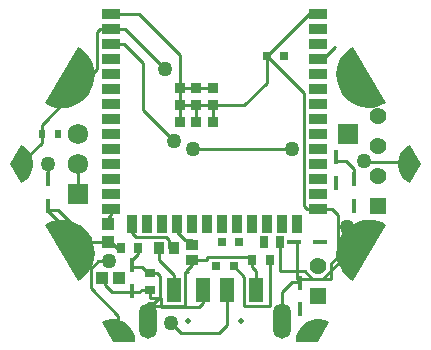
<source format=gbr>
%TF.GenerationSoftware,Altium Limited,Altium Designer,25.8.1 (18)*%
G04 Layer_Physical_Order=1*
G04 Layer_Color=255*
%FSLAX45Y45*%
%MOMM*%
%TF.SameCoordinates,DBAD572D-54B9-4E5B-BD18-095DBB1A99D2*%
%TF.FilePolarity,Positive*%
%TF.FileFunction,Copper,L1,Top,Signal*%
%TF.Part,Single*%
G01*
G75*
%TA.AperFunction,SMDPad,CuDef*%
%ADD10R,0.45720X1.16840*%
%TA.AperFunction,ConnectorPad*%
%ADD11R,1.50000X0.90000*%
%TA.AperFunction,SMDPad,CuDef*%
%ADD12R,0.80000X0.80000*%
%TA.AperFunction,BGAPad,CuDef*%
%ADD13R,0.90000X0.90000*%
%TA.AperFunction,SMDPad,CuDef*%
%ADD14R,1.16840X0.45720*%
%ADD15R,0.65000X0.90000*%
%ADD16R,0.98000X0.88000*%
%TA.AperFunction,ConnectorPad*%
%ADD17R,1.20000X2.00000*%
%TA.AperFunction,SMDPad,CuDef*%
%ADD18R,0.94000X0.73000*%
%ADD19R,0.73000X0.94000*%
%ADD20R,0.60000X0.80000*%
%TA.AperFunction,ConnectorPad*%
%ADD21R,0.90000X1.50000*%
%TA.AperFunction,SMDPad,CuDef*%
%ADD22R,1.05000X1.00000*%
G04:AMPARAMS|DCode=23|XSize=1mm|YSize=1mm|CornerRadius=0.5mm|HoleSize=0mm|Usage=FLASHONLY|Rotation=0.000|XOffset=0mm|YOffset=0mm|HoleType=Round|Shape=RoundedRectangle|*
%AMROUNDEDRECTD23*
21,1,1.00000,0.00000,0,0,0.0*
21,1,0.00000,1.00000,0,0,0.0*
1,1,1.00000,0.00000,0.00000*
1,1,1.00000,0.00000,0.00000*
1,1,1.00000,0.00000,0.00000*
1,1,1.00000,0.00000,0.00000*
%
%ADD23ROUNDEDRECTD23*%
G04:AMPARAMS|DCode=24|XSize=1mm|YSize=1mm|CornerRadius=0.5mm|HoleSize=0mm|Usage=FLASHONLY|Rotation=300.000|XOffset=0mm|YOffset=0mm|HoleType=Round|Shape=RoundedRectangle|*
%AMROUNDEDRECTD24*
21,1,1.00000,0.00000,0,0,300.0*
21,1,0.00000,1.00000,0,0,300.0*
1,1,1.00000,0.00000,0.00000*
1,1,1.00000,0.00000,0.00000*
1,1,1.00000,0.00000,0.00000*
1,1,1.00000,0.00000,0.00000*
%
%ADD24ROUNDEDRECTD24*%
%ADD25R,0.88000X0.98000*%
G04:AMPARAMS|DCode=26|XSize=1mm|YSize=1mm|CornerRadius=0.5mm|HoleSize=0mm|Usage=FLASHONLY|Rotation=240.000|XOffset=0mm|YOffset=0mm|HoleType=Round|Shape=RoundedRectangle|*
%AMROUNDEDRECTD26*
21,1,1.00000,0.00000,0,0,240.0*
21,1,0.00000,1.00000,0,0,240.0*
1,1,1.00000,0.00000,0.00000*
1,1,1.00000,0.00000,0.00000*
1,1,1.00000,0.00000,0.00000*
1,1,1.00000,0.00000,0.00000*
%
%ADD26ROUNDEDRECTD26*%
%ADD27R,1.00000X1.05000*%
%ADD28R,0.78000X0.98000*%
%TA.AperFunction,Conductor*%
%ADD29C,0.25400*%
%TA.AperFunction,ComponentPad*%
%ADD30O,1.50000X3.00000*%
%ADD31C,1.42500*%
%ADD32R,1.42500X1.42500*%
%ADD33R,1.42500X1.42500*%
%ADD34C,0.50000*%
%ADD35R,1.72500X1.72500*%
%ADD36C,1.72500*%
%ADD37R,1.72500X1.72500*%
%TA.AperFunction,ViaPad*%
%ADD38C,1.27000*%
G36*
X-963200Y-1342424D02*
X-949010Y-1333713D01*
X-917980Y-1321624D01*
X-885294Y-1315253D01*
X-851996Y-1314805D01*
X-819150Y-1320293D01*
X-787806Y-1331542D01*
X-758966Y-1348192D01*
X-733552Y-1369712D01*
X-712377Y-1395414D01*
X-696116Y-1424475D01*
X-685290Y-1455968D01*
X-680245Y-1488885D01*
X-680694Y-1505529D01*
D01*
X-868900Y-1505302D01*
X-963200Y-1342424D01*
D02*
G37*
G36*
X-1440820Y-514207D02*
X-1422047Y-502916D01*
X-1381401Y-486560D01*
X-1338679Y-476842D01*
X-1294958Y-474006D01*
X-1251338Y-478123D01*
X-1208920Y-489091D01*
X-1168771Y-506632D01*
X-1131904Y-530306D01*
X-1099246Y-559514D01*
X-1071623Y-593522D01*
X-1049728Y-631472D01*
X-1034114Y-672409D01*
X-1025174Y-715301D01*
X-1023133Y-759067D01*
X-1028043Y-802604D01*
X-1039781Y-844816D01*
X-1058049Y-884639D01*
X-1082389Y-921070D01*
X-1112186Y-953190D01*
X-1146691Y-980191D01*
X-1165862Y-990792D01*
Y-990791D01*
X-1440820Y-514207D01*
D02*
G37*
G36*
X-1643868Y163105D02*
X-1629230Y155171D01*
X-1603245Y134344D01*
X-1581385Y109222D01*
X-1564347Y80609D01*
X-1552677Y49420D01*
X-1546747Y16650D01*
Y-16651D01*
X-1552677Y-49420D01*
X-1564347Y-80609D01*
X-1581385Y-109222D01*
X-1603245Y-134344D01*
X-1629230Y-155172D01*
X-1643868Y-163106D01*
Y-163105D01*
X-1737775Y0D01*
X-1643868Y163105D01*
D02*
G37*
G36*
X-1166017Y989180D02*
X-1146853Y978567D01*
X-1112365Y951545D01*
X-1082587Y919406D01*
X-1058270Y882960D01*
X-1040027Y843126D01*
X-1028316Y800906D01*
X-1023433Y757366D01*
X-1025501Y713601D01*
X-1034468Y670715D01*
X-1050107Y629788D01*
X-1072026Y591851D01*
X-1099671Y557861D01*
X-1132346Y528673D01*
X-1169228Y505023D01*
X-1209388Y487506D01*
X-1251813Y476565D01*
X-1295435Y472475D01*
X-1339155Y475338D01*
X-1381871Y485083D01*
X-1422507Y501465D01*
X-1441273Y512767D01*
X-1441272Y512768D01*
X-1166017Y989180D01*
D02*
G37*
G36*
X680694Y-1505529D02*
X680245Y-1488885D01*
X685290Y-1455968D01*
X696116Y-1424475D01*
X712377Y-1395414D01*
X733552Y-1369712D01*
X758966Y-1348192D01*
X787806Y-1331542D01*
X819150Y-1320293D01*
X851996Y-1314805D01*
X885294Y-1315253D01*
X917980Y-1321624D01*
X949010Y-1333713D01*
X963200Y-1342424D01*
D01*
X868900Y-1505302D01*
X680694Y-1505529D01*
D02*
G37*
G36*
X1166013Y-991185D02*
X1146849Y-980572D01*
X1112361Y-953550D01*
X1082584Y-921411D01*
X1058267Y-884965D01*
X1040023Y-845130D01*
X1028312Y-802911D01*
X1023429Y-759371D01*
X1025497Y-715606D01*
X1034464Y-672720D01*
X1050104Y-631793D01*
X1072022Y-593856D01*
X1099667Y-559866D01*
X1132342Y-530678D01*
X1169224Y-507027D01*
X1209384Y-489511D01*
X1251810Y-478570D01*
X1295431Y-474480D01*
X1339151Y-477343D01*
X1381867Y-487088D01*
X1422503Y-503470D01*
X1441269Y-514772D01*
D01*
X1166013Y-991185D01*
D02*
G37*
G36*
X1643868Y-163106D02*
X1629229Y-155172D01*
X1603245Y-134344D01*
X1581384Y-109222D01*
X1564347Y-80609D01*
X1552677Y-49420D01*
X1546747Y-16651D01*
Y16650D01*
X1552677Y49420D01*
X1564347Y80609D01*
X1581384Y109222D01*
X1603245Y134344D01*
X1629229Y155171D01*
X1643868Y163105D01*
X1643868D01*
X1737775Y0D01*
X1643868Y-163106D01*
D02*
G37*
G36*
X1440820Y514207D02*
X1422047Y502916D01*
X1381401Y486560D01*
X1338679Y476841D01*
X1294957Y474005D01*
X1251338Y478123D01*
X1208919Y489091D01*
X1168771Y506632D01*
X1131903Y530305D01*
X1099246Y559514D01*
X1071622Y593522D01*
X1049728Y631472D01*
X1034114Y672409D01*
X1025173Y715300D01*
X1023133Y759066D01*
X1028043Y802604D01*
X1039780Y844816D01*
X1058049Y884639D01*
X1082389Y921069D01*
X1112186Y953190D01*
X1146691Y980191D01*
X1165862Y990791D01*
X1165862D01*
X1440820Y514207D01*
D02*
G37*
D10*
X711198Y-1005842D02*
D03*
Y-1229362D02*
D03*
X1015995Y60955D02*
D03*
Y-162565D02*
D03*
X-711204Y-853443D02*
D03*
Y-1076963D02*
D03*
X1168398Y-132082D02*
D03*
X-1422402D02*
D03*
Y-355602D02*
D03*
X1168398D02*
D03*
D11*
X863598Y507998D02*
D03*
Y1269998D02*
D03*
Y-381002D02*
D03*
X-886401Y1269998D02*
D03*
Y1142998D02*
D03*
Y1015998D02*
D03*
Y888998D02*
D03*
Y761998D02*
D03*
Y634998D02*
D03*
Y507998D02*
D03*
Y380998D02*
D03*
Y253998D02*
D03*
Y126998D02*
D03*
Y-2D02*
D03*
Y-127002D02*
D03*
Y-254002D02*
D03*
Y-381002D02*
D03*
X863598Y-254002D02*
D03*
Y-127002D02*
D03*
Y-2D02*
D03*
Y126998D02*
D03*
Y253998D02*
D03*
Y380998D02*
D03*
Y634998D02*
D03*
Y761998D02*
D03*
Y888998D02*
D03*
Y1015998D02*
D03*
Y1142998D02*
D03*
D12*
X432997Y914398D02*
D03*
X152398Y-863602D02*
D03*
X2396D02*
D03*
X200800Y-660402D02*
D03*
X50798D02*
D03*
X582999Y914398D02*
D03*
D13*
X-21399Y638001D02*
D03*
X-161398Y498001D02*
D03*
Y638001D02*
D03*
X-21399Y498001D02*
D03*
Y358001D02*
D03*
X-161398D02*
D03*
X-301398Y638001D02*
D03*
Y358001D02*
D03*
Y498001D02*
D03*
D14*
X660400Y-660400D02*
D03*
X883920D02*
D03*
D15*
X312195Y-812802D02*
D03*
X457198D02*
D03*
D16*
X-203202D02*
D03*
Y-686797D02*
D03*
D17*
X344402Y-1066802D02*
D03*
X-355602D02*
D03*
X-105600D02*
D03*
X94400D02*
D03*
D18*
X-558802Y-924805D02*
D03*
Y-1066802D02*
D03*
D19*
X-660402Y-711202D02*
D03*
X-802398D02*
D03*
D20*
X-1473202Y253998D02*
D03*
X-1333197D02*
D03*
D21*
X-709901Y-506000D02*
D03*
X-582901D02*
D03*
X-455901D02*
D03*
X-328901D02*
D03*
X-201901D02*
D03*
X-74901D02*
D03*
X52099D02*
D03*
X179099D02*
D03*
X306099D02*
D03*
X433099D02*
D03*
X560099D02*
D03*
X687099D02*
D03*
D22*
X-965202Y-965202D02*
D03*
X-815200D02*
D03*
D23*
X1651989Y-2D02*
D03*
X-1651992D02*
D03*
X-1239014Y-715012D02*
D03*
X1239010Y715008D02*
D03*
D24*
X826006Y-1431012D02*
D03*
X-1239014Y714008D02*
D03*
X1239010Y-716012D02*
D03*
D25*
X-481606Y-711202D02*
D03*
X-355602D02*
D03*
D26*
X-826010Y-1431012D02*
D03*
D27*
X-914402Y-508002D02*
D03*
Y-658004D02*
D03*
D28*
X406398Y-660402D02*
D03*
X546403D02*
D03*
D29*
X788597Y1269998D02*
X863598D01*
X749298Y-355602D02*
Y598097D01*
X432997Y914398D02*
X788597Y1269998D01*
X432997Y685788D02*
Y914398D01*
X749298Y598097D01*
X245210Y498001D02*
X432997Y685788D01*
X1015998Y20308D02*
X1104898D01*
X1168398Y-43192D01*
Y-132082D02*
Y-43192D01*
X1015998Y20308D02*
Y20318D01*
X863598Y-381002D02*
X982968D01*
X749298Y-355602D02*
X774698Y-381002D01*
X-161398Y638001D02*
X-21399D01*
X-301398D02*
X-161398D01*
X-301398D02*
Y922968D01*
Y566408D02*
Y638001D01*
Y498001D02*
Y566408D01*
X-21399Y498001D02*
X245210D01*
X-161398D02*
X-21399D01*
Y358001D02*
Y498001D01*
X-161398Y358001D02*
Y498001D01*
X-301398D02*
X-161398D01*
X-301398Y358001D02*
Y498001D01*
X982968Y-381002D02*
X1033778Y-431812D01*
Y-784872D02*
Y-431812D01*
X774698Y-381002D02*
X863598D01*
X975358Y-843292D02*
X1033778Y-784872D01*
X975358Y-975372D02*
Y-843292D01*
X690878Y-975372D02*
Y-660402D01*
Y-975372D02*
X711198D01*
X975358D01*
X711198Y-1005842D02*
Y-1003312D01*
Y-975372D01*
X564401Y-1086608D02*
X647698Y-1003312D01*
X711198D01*
X312195Y-812802D02*
Y-784872D01*
X-76202D02*
X312195D01*
X-76202Y-812802D02*
Y-784872D01*
X-203202Y-858532D02*
Y-812802D01*
X312195Y-876312D02*
Y-812802D01*
Y-876312D02*
X344402Y-908519D01*
X564401Y-1326801D02*
Y-1086608D01*
X344402Y-1066802D02*
Y-908519D01*
X-203202Y-812802D02*
X-76202D01*
X-248922Y-904252D02*
X-203202Y-858532D01*
X-256542Y-919492D02*
X-233682D01*
X-248922Y-904252D02*
X-233682Y-919492D01*
X-256542Y-1206512D02*
Y-919492D01*
X-886401Y1269998D02*
X-648428D01*
X-301398Y922968D01*
X-467362Y-1127772D02*
Y-952745D01*
X-558802Y-924805D02*
X-495302D01*
X-467362Y-952745D01*
X-520702Y-1181112D02*
X-467362Y-1127772D01*
X-575601Y-1181112D02*
X-520702D01*
X-575601Y-1206512D02*
X-256542D01*
X-660402Y-762012D02*
Y-711202D01*
X-711202Y-863602D02*
Y-812812D01*
Y-871232D02*
Y-863602D01*
X-622535Y-871232D02*
X-568962Y-924805D01*
X-558802D01*
X-711202Y-871232D02*
X-622535D01*
X-1422402Y-132082D02*
Y-12D01*
X-711202Y-812812D02*
X-660402Y-762012D01*
X-575601Y-1206512D02*
Y-1181112D01*
Y-1326801D02*
Y-1206512D01*
X1605278Y-2D02*
Y15228D01*
X-1422402Y-391172D02*
X-1331094D01*
X-1422402D02*
Y-355602D01*
Y-401332D02*
Y-391172D01*
X-935443Y-1027990D02*
Y-965202D01*
X-391162Y-711202D02*
Y-647712D01*
X-261622Y-643871D02*
X-203202D01*
X-105600Y-1180030D02*
Y-1066802D01*
X-139702Y-1214132D02*
X-105600Y-1180030D01*
X-462282Y-1214132D02*
X-139702D01*
X-462282D02*
Y-1137932D01*
X-558802D02*
X-462282D01*
X-558802D02*
Y-1066802D01*
X-1422402Y-401332D02*
X-1099822Y-723912D01*
X-373382Y-1351292D02*
X-296272Y-1428401D01*
X29848D01*
X94400Y-1363849D01*
Y-1066802D01*
X1115058Y-766792D02*
Y-535952D01*
X908897Y-972954D02*
X1115058Y-766792D01*
X818300Y-972954D02*
X908897D01*
X754246Y-908900D02*
X818300Y-972954D01*
X546403Y-908900D02*
X754246D01*
X546403D02*
Y-660402D01*
X908175Y888998D02*
X1011792Y992615D01*
X863598Y888998D02*
X908175D01*
X-355602Y-1066802D02*
Y-938816D01*
X-481606Y-812812D02*
X-355602Y-938816D01*
X-481606Y-812812D02*
Y-711202D01*
X1605278Y-2D02*
X1651989D01*
X1272538Y15228D02*
X1605278D01*
X1259838Y27928D02*
X1272538Y15228D01*
X-190502Y129528D02*
X647698D01*
X152398Y-863602D02*
X243838Y-955042D01*
Y-1206512D02*
Y-955042D01*
Y-1206512D02*
X452118D01*
X457198Y-1201432D01*
Y-812802D01*
X-975352Y1142998D02*
X-886401D01*
X-1000762Y1117588D02*
X-975352Y1142998D01*
X-1000762Y805168D02*
Y1117588D01*
X-1473202Y332728D02*
X-1000762Y805168D01*
X-1473202Y253998D02*
Y332728D01*
X-886401Y1015998D02*
X-772162D01*
X-613178Y857015D01*
Y455685D02*
Y857015D01*
Y455685D02*
X-353062Y195568D01*
X-431802Y805168D02*
Y805178D01*
X-769622Y1142998D02*
X-431802Y805178D01*
X-886401Y1142998D02*
X-769622D01*
X-826010Y-1431012D02*
Y-1284744D01*
X-1056642Y-1054112D02*
X-826010Y-1284744D01*
X-1056642Y-1054112D02*
Y-889012D01*
X-993142Y-825512D01*
X-904242D01*
X-965202Y-965202D02*
X-935443D01*
Y-1027990D02*
X-876302Y-1087132D01*
X-711202D01*
Y-1087122D01*
X-709901Y-584212D02*
Y-506000D01*
Y-584212D02*
X-674341Y-619772D01*
X-419102D01*
X-391162Y-647712D01*
Y-711202D02*
X-355602D01*
X-203202Y-686797D02*
Y-643871D01*
X-328901Y-576592D02*
X-261622Y-643871D01*
X-328901Y-576592D02*
Y-506000D01*
X-1473202Y178789D02*
Y253998D01*
X-1651992Y-2D02*
X-1473202Y178789D01*
X-1331094Y-391172D02*
X-1064262Y-658004D01*
X-914402D01*
X-1168402Y-254002D02*
Y-2D01*
X-833264Y-711202D02*
X-802398D01*
X-886462Y-658004D02*
X-833264Y-711202D01*
X-914402Y-658004D02*
X-886462D01*
X-624842Y-1066802D02*
X-558802D01*
X-645162Y-1087122D02*
X-624842Y-1066802D01*
X-711202Y-1087122D02*
X-645162D01*
X-886401Y-431751D02*
Y-381002D01*
X-914402Y-459752D02*
X-886401Y-431751D01*
X-914402Y-508002D02*
Y-459752D01*
D30*
X564401Y-1326801D02*
D03*
X-575601D02*
D03*
D31*
X1371600Y406400D02*
D03*
Y152400D02*
D03*
Y-101600D02*
D03*
X863598Y-863602D02*
D03*
D32*
X1371600Y-355600D02*
D03*
D33*
X863598Y-1117602D02*
D03*
D34*
X-230598Y-1326801D02*
D03*
X219398D02*
D03*
D35*
X-1168402Y-254002D02*
D03*
D36*
Y-2D02*
D03*
Y253998D02*
D03*
D37*
X1117600Y254000D02*
D03*
D38*
X-1422402Y-12D02*
D03*
X-1099822Y-723912D02*
D03*
X-373382Y-1351292D02*
D03*
X1115058Y-535952D02*
D03*
X1259838Y27928D02*
D03*
X647698Y129528D02*
D03*
X-190502D02*
D03*
X-353062Y195568D02*
D03*
X-431802Y805168D02*
D03*
X-904242Y-825512D02*
D03*
%TF.MD5,9975bf2311930706769e284351df7eb5*%
M02*

</source>
